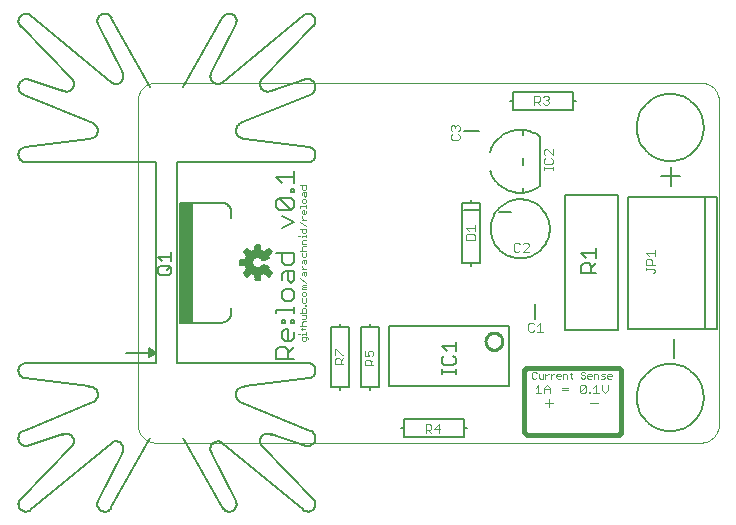
<source format=gto>
G75*
G70*
%OFA0B0*%
%FSLAX24Y24*%
%IPPOS*%
%LPD*%
%AMOC8*
5,1,8,0,0,1.08239X$1,22.5*
%
%ADD10C,0.0000*%
%ADD11C,0.0030*%
%ADD12C,0.0020*%
%ADD13C,0.0160*%
%ADD14C,0.0050*%
%ADD15C,0.0080*%
%ADD16C,0.0100*%
%ADD17R,0.0400X0.4000*%
%ADD18C,0.0060*%
%ADD19C,0.0059*%
D10*
X004225Y003191D02*
X004225Y014006D01*
X004227Y014052D01*
X004232Y014098D01*
X004241Y014144D01*
X004254Y014189D01*
X004270Y014232D01*
X004289Y014274D01*
X004312Y014315D01*
X004338Y014353D01*
X004367Y014390D01*
X004398Y014424D01*
X004432Y014455D01*
X004469Y014484D01*
X004507Y014510D01*
X004548Y014533D01*
X004590Y014552D01*
X004633Y014568D01*
X004678Y014581D01*
X004724Y014590D01*
X004770Y014595D01*
X004816Y014597D01*
X004816Y014596D02*
X023005Y014596D01*
X023005Y014597D02*
X023051Y014595D01*
X023097Y014590D01*
X023143Y014581D01*
X023188Y014568D01*
X023231Y014552D01*
X023273Y014533D01*
X023314Y014510D01*
X023352Y014484D01*
X023389Y014455D01*
X023423Y014424D01*
X023454Y014390D01*
X023483Y014353D01*
X023509Y014315D01*
X023532Y014274D01*
X023551Y014232D01*
X023567Y014189D01*
X023580Y014144D01*
X023589Y014098D01*
X023594Y014052D01*
X023596Y014006D01*
X023595Y014006D02*
X023595Y003191D01*
X023596Y003191D02*
X023594Y003145D01*
X023589Y003099D01*
X023580Y003053D01*
X023567Y003008D01*
X023551Y002965D01*
X023532Y002923D01*
X023509Y002882D01*
X023483Y002844D01*
X023454Y002807D01*
X023423Y002773D01*
X023389Y002742D01*
X023352Y002713D01*
X023314Y002687D01*
X023273Y002664D01*
X023231Y002645D01*
X023188Y002629D01*
X023143Y002616D01*
X023097Y002607D01*
X023051Y002602D01*
X023005Y002600D01*
X004816Y002600D01*
X004770Y002602D01*
X004724Y002607D01*
X004678Y002616D01*
X004633Y002629D01*
X004590Y002645D01*
X004548Y002664D01*
X004507Y002687D01*
X004469Y002713D01*
X004432Y002742D01*
X004398Y002773D01*
X004367Y002807D01*
X004338Y002844D01*
X004312Y002882D01*
X004289Y002923D01*
X004270Y002965D01*
X004254Y003008D01*
X004241Y003053D01*
X004232Y003099D01*
X004227Y003145D01*
X004225Y003191D01*
D11*
X010795Y005219D02*
X010795Y005364D01*
X010843Y005413D01*
X010940Y005413D01*
X010988Y005364D01*
X010988Y005219D01*
X011085Y005219D02*
X010795Y005219D01*
X010988Y005316D02*
X011085Y005413D01*
X011085Y005514D02*
X011037Y005514D01*
X010843Y005707D01*
X010795Y005707D01*
X010795Y005514D01*
X011794Y005469D02*
X011939Y005469D01*
X011891Y005566D01*
X011891Y005614D01*
X011939Y005663D01*
X012036Y005663D01*
X012084Y005614D01*
X012084Y005518D01*
X012036Y005469D01*
X012084Y005368D02*
X011987Y005271D01*
X011987Y005320D02*
X011987Y005175D01*
X012084Y005175D02*
X011794Y005175D01*
X011794Y005320D01*
X011842Y005368D01*
X011939Y005368D01*
X011987Y005320D01*
X011794Y005469D02*
X011794Y005663D01*
X013820Y003210D02*
X013965Y003210D01*
X014014Y003162D01*
X014014Y003065D01*
X013965Y003017D01*
X013820Y003017D01*
X013820Y002920D02*
X013820Y003210D01*
X013917Y003017D02*
X014014Y002920D01*
X014115Y003065D02*
X014308Y003065D01*
X014260Y002920D02*
X014260Y003210D01*
X014115Y003065D01*
X017488Y004240D02*
X017681Y004240D01*
X017584Y004240D02*
X017584Y004530D01*
X017488Y004433D01*
X017782Y004433D02*
X017782Y004240D01*
X017782Y004385D02*
X017976Y004385D01*
X017976Y004433D02*
X017976Y004240D01*
X017976Y004433D02*
X017879Y004530D01*
X017782Y004433D01*
X017929Y004049D02*
X017929Y003802D01*
X017806Y003925D02*
X018053Y003925D01*
X018372Y004337D02*
X018565Y004337D01*
X018565Y004433D02*
X018372Y004433D01*
X018961Y004482D02*
X018961Y004288D01*
X019154Y004482D01*
X019154Y004288D01*
X019106Y004240D01*
X019009Y004240D01*
X018961Y004288D01*
X019256Y004288D02*
X019304Y004288D01*
X019304Y004240D01*
X019256Y004240D01*
X019256Y004288D01*
X019403Y004240D02*
X019596Y004240D01*
X019500Y004240D02*
X019500Y004530D01*
X019403Y004433D01*
X019154Y004482D02*
X019106Y004530D01*
X019009Y004530D01*
X018961Y004482D01*
X019698Y004530D02*
X019698Y004337D01*
X019794Y004240D01*
X019891Y004337D01*
X019891Y004530D01*
X019553Y003925D02*
X019306Y003925D01*
X017733Y006295D02*
X017540Y006295D01*
X017637Y006295D02*
X017637Y006585D01*
X017540Y006488D01*
X017439Y006537D02*
X017390Y006585D01*
X017294Y006585D01*
X017245Y006537D01*
X017245Y006343D01*
X017294Y006295D01*
X017390Y006295D01*
X017439Y006343D01*
X017253Y008965D02*
X017060Y008965D01*
X017253Y009158D01*
X017253Y009207D01*
X017205Y009255D01*
X017108Y009255D01*
X017060Y009207D01*
X016958Y009207D02*
X016910Y009255D01*
X016813Y009255D01*
X016765Y009207D01*
X016765Y009013D01*
X016813Y008965D01*
X016910Y008965D01*
X016958Y009013D01*
X015460Y009365D02*
X015460Y009510D01*
X015412Y009558D01*
X015218Y009558D01*
X015170Y009510D01*
X015170Y009365D01*
X015460Y009365D01*
X015460Y009660D02*
X015460Y009853D01*
X015460Y009756D02*
X015170Y009756D01*
X015267Y009660D01*
X017770Y011690D02*
X017770Y011787D01*
X017770Y011738D02*
X018060Y011738D01*
X018060Y011690D02*
X018060Y011787D01*
X018012Y011886D02*
X017818Y011886D01*
X017770Y011935D01*
X017770Y012032D01*
X017818Y012080D01*
X017818Y012181D02*
X017770Y012229D01*
X017770Y012326D01*
X017818Y012375D01*
X017867Y012375D01*
X018060Y012181D01*
X018060Y012375D01*
X018012Y012080D02*
X018060Y012032D01*
X018060Y011935D01*
X018012Y011886D01*
X017885Y013865D02*
X017788Y013865D01*
X017740Y013913D01*
X017639Y013865D02*
X017542Y013962D01*
X017590Y013962D02*
X017445Y013962D01*
X017445Y013865D02*
X017445Y014155D01*
X017590Y014155D01*
X017639Y014107D01*
X017639Y014010D01*
X017590Y013962D01*
X017740Y014107D02*
X017788Y014155D01*
X017885Y014155D01*
X017933Y014107D01*
X017933Y014058D01*
X017885Y014010D01*
X017933Y013962D01*
X017933Y013913D01*
X017885Y013865D01*
X017885Y014010D02*
X017837Y014010D01*
X014960Y013130D02*
X014960Y013033D01*
X014912Y012985D01*
X014912Y012883D02*
X014960Y012835D01*
X014960Y012738D01*
X014912Y012690D01*
X014718Y012690D01*
X014670Y012738D01*
X014670Y012835D01*
X014718Y012883D01*
X014718Y012985D02*
X014670Y013033D01*
X014670Y013130D01*
X014718Y013178D01*
X014767Y013178D01*
X014815Y013130D01*
X014863Y013178D01*
X014912Y013178D01*
X014960Y013130D01*
X014815Y013130D02*
X014815Y013081D01*
X021170Y008926D02*
X021460Y008926D01*
X021460Y008829D02*
X021460Y009023D01*
X021267Y008829D02*
X021170Y008926D01*
X021218Y008728D02*
X021315Y008728D01*
X021363Y008680D01*
X021363Y008535D01*
X021460Y008535D02*
X021170Y008535D01*
X021170Y008680D01*
X021218Y008728D01*
X021170Y008433D02*
X021170Y008337D01*
X021170Y008385D02*
X021412Y008385D01*
X021460Y008337D01*
X021460Y008288D01*
X021412Y008240D01*
D12*
X019987Y004882D02*
X020024Y004845D01*
X020024Y004808D01*
X019877Y004808D01*
X019877Y004772D02*
X019877Y004845D01*
X019913Y004882D01*
X019987Y004882D01*
X019987Y004735D02*
X019913Y004735D01*
X019877Y004772D01*
X019803Y004772D02*
X019766Y004808D01*
X019692Y004808D01*
X019656Y004845D01*
X019692Y004882D01*
X019803Y004882D01*
X019803Y004772D02*
X019766Y004735D01*
X019656Y004735D01*
X019582Y004735D02*
X019582Y004845D01*
X019545Y004882D01*
X019435Y004882D01*
X019435Y004735D01*
X019361Y004808D02*
X019361Y004845D01*
X019324Y004882D01*
X019251Y004882D01*
X019214Y004845D01*
X019214Y004772D01*
X019251Y004735D01*
X019324Y004735D01*
X019361Y004808D02*
X019214Y004808D01*
X019140Y004808D02*
X019140Y004772D01*
X019103Y004735D01*
X019030Y004735D01*
X018993Y004772D01*
X019030Y004845D02*
X019103Y004845D01*
X019140Y004808D01*
X019140Y004918D02*
X019103Y004955D01*
X019030Y004955D01*
X018993Y004918D01*
X018993Y004882D01*
X019030Y004845D01*
X018698Y004882D02*
X018625Y004882D01*
X018661Y004918D02*
X018661Y004772D01*
X018698Y004735D01*
X018550Y004735D02*
X018550Y004845D01*
X018514Y004882D01*
X018404Y004882D01*
X018404Y004735D01*
X018329Y004808D02*
X018183Y004808D01*
X018183Y004772D02*
X018183Y004845D01*
X018219Y004882D01*
X018293Y004882D01*
X018329Y004845D01*
X018329Y004808D01*
X018293Y004735D02*
X018219Y004735D01*
X018183Y004772D01*
X018108Y004882D02*
X018072Y004882D01*
X017998Y004808D01*
X017998Y004735D02*
X017998Y004882D01*
X017924Y004882D02*
X017888Y004882D01*
X017814Y004808D01*
X017814Y004735D02*
X017814Y004882D01*
X017740Y004882D02*
X017740Y004735D01*
X017630Y004735D01*
X017593Y004772D01*
X017593Y004882D01*
X017519Y004918D02*
X017482Y004955D01*
X017409Y004955D01*
X017372Y004918D01*
X017372Y004772D01*
X017409Y004735D01*
X017482Y004735D01*
X017519Y004772D01*
X009913Y006050D02*
X009913Y006087D01*
X009877Y006123D01*
X009693Y006123D01*
X009693Y006013D01*
X009730Y005977D01*
X009803Y005977D01*
X009840Y006013D01*
X009840Y006123D01*
X009840Y006198D02*
X009840Y006271D01*
X009840Y006234D02*
X009693Y006234D01*
X009693Y006198D01*
X009620Y006234D02*
X009583Y006234D01*
X009693Y006345D02*
X009693Y006418D01*
X009657Y006382D02*
X009803Y006382D01*
X009840Y006418D01*
X009840Y006492D02*
X009620Y006492D01*
X009693Y006529D02*
X009693Y006602D01*
X009730Y006639D01*
X009840Y006639D01*
X009803Y006713D02*
X009693Y006713D01*
X009803Y006713D02*
X009840Y006750D01*
X009840Y006860D01*
X009693Y006860D01*
X009693Y006934D02*
X009693Y007044D01*
X009730Y007081D01*
X009803Y007081D01*
X009840Y007044D01*
X009840Y006934D01*
X009620Y006934D01*
X009803Y007155D02*
X009803Y007192D01*
X009840Y007192D01*
X009840Y007155D01*
X009803Y007155D01*
X009803Y007266D02*
X009730Y007266D01*
X009693Y007302D01*
X009693Y007412D01*
X009730Y007487D02*
X009803Y007487D01*
X009840Y007523D01*
X009840Y007597D01*
X009803Y007633D01*
X009730Y007633D01*
X009693Y007597D01*
X009693Y007523D01*
X009730Y007487D01*
X009840Y007412D02*
X009840Y007302D01*
X009803Y007266D01*
X009840Y007708D02*
X009693Y007708D01*
X009693Y007744D01*
X009730Y007781D01*
X009693Y007818D01*
X009730Y007854D01*
X009840Y007854D01*
X009840Y007781D02*
X009730Y007781D01*
X009840Y007929D02*
X009620Y008075D01*
X009693Y008186D02*
X009693Y008260D01*
X009730Y008296D01*
X009840Y008296D01*
X009840Y008186D01*
X009803Y008150D01*
X009767Y008186D01*
X009767Y008296D01*
X009767Y008371D02*
X009693Y008444D01*
X009693Y008481D01*
X009693Y008371D02*
X009840Y008371D01*
X009803Y008555D02*
X009767Y008591D01*
X009767Y008702D01*
X009730Y008702D02*
X009840Y008702D01*
X009840Y008591D01*
X009803Y008555D01*
X009693Y008591D02*
X009693Y008665D01*
X009730Y008702D01*
X009730Y008776D02*
X009803Y008776D01*
X009840Y008812D01*
X009840Y008923D01*
X009840Y008997D02*
X009620Y008997D01*
X009693Y009033D02*
X009693Y009107D01*
X009730Y009144D01*
X009840Y009144D01*
X009840Y009218D02*
X009693Y009218D01*
X009693Y009328D01*
X009730Y009364D01*
X009840Y009364D01*
X009840Y009439D02*
X009840Y009512D01*
X009840Y009475D02*
X009693Y009475D01*
X009693Y009439D01*
X009620Y009475D02*
X009583Y009475D01*
X009730Y009586D02*
X009693Y009623D01*
X009693Y009733D01*
X009620Y009733D02*
X009840Y009733D01*
X009840Y009623D01*
X009803Y009586D01*
X009730Y009586D01*
X009840Y009807D02*
X009620Y009954D01*
X009693Y010028D02*
X009840Y010028D01*
X009767Y010028D02*
X009693Y010101D01*
X009693Y010138D01*
X009730Y010212D02*
X009693Y010249D01*
X009693Y010322D01*
X009730Y010359D01*
X009767Y010359D01*
X009767Y010212D01*
X009803Y010212D02*
X009730Y010212D01*
X009803Y010212D02*
X009840Y010249D01*
X009840Y010322D01*
X009840Y010433D02*
X009840Y010507D01*
X009840Y010470D02*
X009620Y010470D01*
X009620Y010433D01*
X009730Y010580D02*
X009803Y010580D01*
X009840Y010617D01*
X009840Y010691D01*
X009803Y010727D01*
X009730Y010727D01*
X009693Y010691D01*
X009693Y010617D01*
X009730Y010580D01*
X009803Y010801D02*
X009767Y010838D01*
X009767Y010948D01*
X009730Y010948D02*
X009840Y010948D01*
X009840Y010838D01*
X009803Y010801D01*
X009693Y010838D02*
X009693Y010912D01*
X009730Y010948D01*
X009730Y011022D02*
X009693Y011059D01*
X009693Y011169D01*
X009620Y011169D02*
X009840Y011169D01*
X009840Y011059D01*
X009803Y011022D01*
X009730Y011022D01*
X009693Y009033D02*
X009730Y008997D01*
X009693Y008923D02*
X009693Y008812D01*
X009730Y008776D01*
X009693Y006529D02*
X009730Y006492D01*
D13*
X017100Y004940D02*
X017100Y003010D01*
X017102Y002987D01*
X017106Y002965D01*
X017114Y002944D01*
X017125Y002923D01*
X017139Y002905D01*
X017155Y002889D01*
X017173Y002875D01*
X017194Y002864D01*
X017215Y002856D01*
X017237Y002852D01*
X017260Y002850D01*
X020190Y002850D01*
X020213Y002852D01*
X020235Y002856D01*
X020256Y002864D01*
X020277Y002875D01*
X020295Y002889D01*
X020311Y002905D01*
X020325Y002923D01*
X020336Y002944D01*
X020344Y002965D01*
X020348Y002987D01*
X020350Y003010D01*
X020350Y004940D01*
X020348Y004963D01*
X020344Y004985D01*
X020336Y005006D01*
X020325Y005027D01*
X020311Y005045D01*
X020295Y005061D01*
X020277Y005075D01*
X020256Y005086D01*
X020235Y005094D01*
X020213Y005098D01*
X020190Y005100D01*
X017260Y005100D01*
X017237Y005098D01*
X017215Y005094D01*
X017194Y005086D01*
X017173Y005075D01*
X017155Y005061D01*
X017139Y005045D01*
X017125Y005027D01*
X017114Y005006D01*
X017106Y004985D01*
X017102Y004963D01*
X017100Y004940D01*
D14*
X014825Y004961D02*
X014375Y004961D01*
X014375Y004886D02*
X014375Y005036D01*
X014450Y005193D02*
X014750Y005193D01*
X014825Y005268D01*
X014825Y005418D01*
X014750Y005493D01*
X014825Y005653D02*
X014825Y005954D01*
X014825Y005804D02*
X014375Y005804D01*
X014525Y005653D01*
X014450Y005493D02*
X014375Y005418D01*
X014375Y005268D01*
X014450Y005193D01*
X014825Y005036D02*
X014825Y004886D01*
X009450Y005384D02*
X008839Y005384D01*
X008839Y005689D01*
X008941Y005791D01*
X009145Y005791D01*
X009246Y005689D01*
X009246Y005384D01*
X009246Y005587D02*
X009450Y005791D01*
X009348Y005992D02*
X009145Y005992D01*
X009043Y006093D01*
X009043Y006297D01*
X009145Y006399D01*
X009246Y006399D01*
X009246Y005992D01*
X009348Y005992D02*
X009450Y006093D01*
X009450Y006297D01*
X009450Y006599D02*
X009348Y006599D01*
X009348Y006701D01*
X009450Y006701D01*
X009450Y006599D01*
X009145Y006599D02*
X009043Y006599D01*
X009043Y006701D01*
X009145Y006701D01*
X009145Y006599D01*
X009450Y006903D02*
X009450Y007107D01*
X009450Y007005D02*
X008839Y007005D01*
X008839Y006903D01*
X009145Y007308D02*
X009348Y007308D01*
X009450Y007410D01*
X009450Y007614D01*
X009348Y007715D01*
X009145Y007715D01*
X009043Y007614D01*
X009043Y007410D01*
X009145Y007308D01*
X009348Y007916D02*
X009246Y008018D01*
X009246Y008323D01*
X009145Y008323D02*
X009450Y008323D01*
X009450Y008018D01*
X009348Y007916D01*
X009043Y008018D02*
X009043Y008221D01*
X009145Y008323D01*
X009145Y008524D02*
X009043Y008625D01*
X009043Y008931D01*
X008839Y008931D02*
X009450Y008931D01*
X009450Y008625D01*
X009348Y008524D01*
X009145Y008524D01*
X009043Y009739D02*
X009450Y009943D01*
X009043Y010146D01*
X008941Y010347D02*
X008839Y010449D01*
X008839Y010652D01*
X008941Y010754D01*
X009348Y010347D01*
X009450Y010449D01*
X009450Y010652D01*
X009348Y010754D01*
X008941Y010754D01*
X008941Y010347D02*
X009348Y010347D01*
X009348Y010955D02*
X009348Y011056D01*
X009450Y011056D01*
X009450Y010955D01*
X009348Y010955D01*
X009450Y011258D02*
X009450Y011665D01*
X009450Y011462D02*
X008839Y011462D01*
X009043Y011258D01*
X005350Y008950D02*
X005350Y008650D01*
X005350Y008800D02*
X004900Y008800D01*
X005050Y008650D01*
X004975Y008490D02*
X005275Y008490D01*
X005350Y008415D01*
X005350Y008265D01*
X005275Y008190D01*
X004975Y008190D01*
X004900Y008265D01*
X004900Y008415D01*
X004975Y008490D01*
X005200Y008340D02*
X005350Y008490D01*
X020857Y004100D02*
X020859Y004166D01*
X020865Y004232D01*
X020875Y004298D01*
X020888Y004363D01*
X020906Y004427D01*
X020927Y004489D01*
X020952Y004551D01*
X020980Y004611D01*
X021012Y004669D01*
X021048Y004725D01*
X021086Y004778D01*
X021128Y004830D01*
X021173Y004879D01*
X021220Y004925D01*
X021271Y004968D01*
X021323Y005008D01*
X021378Y005045D01*
X021435Y005079D01*
X021494Y005109D01*
X021555Y005136D01*
X021617Y005159D01*
X021680Y005178D01*
X021745Y005194D01*
X021810Y005206D01*
X021876Y005214D01*
X021942Y005218D01*
X022008Y005218D01*
X022074Y005214D01*
X022140Y005206D01*
X022205Y005194D01*
X022270Y005178D01*
X022333Y005159D01*
X022395Y005136D01*
X022456Y005109D01*
X022515Y005079D01*
X022572Y005045D01*
X022627Y005008D01*
X022679Y004968D01*
X022730Y004925D01*
X022777Y004879D01*
X022822Y004830D01*
X022864Y004778D01*
X022902Y004725D01*
X022938Y004669D01*
X022970Y004611D01*
X022998Y004551D01*
X023023Y004489D01*
X023044Y004427D01*
X023062Y004363D01*
X023075Y004298D01*
X023085Y004232D01*
X023091Y004166D01*
X023093Y004100D01*
X023091Y004034D01*
X023085Y003968D01*
X023075Y003902D01*
X023062Y003837D01*
X023044Y003773D01*
X023023Y003711D01*
X022998Y003649D01*
X022970Y003589D01*
X022938Y003531D01*
X022902Y003475D01*
X022864Y003422D01*
X022822Y003370D01*
X022777Y003321D01*
X022730Y003275D01*
X022679Y003232D01*
X022627Y003192D01*
X022572Y003155D01*
X022515Y003121D01*
X022456Y003091D01*
X022395Y003064D01*
X022333Y003041D01*
X022270Y003022D01*
X022205Y003006D01*
X022140Y002994D01*
X022074Y002986D01*
X022008Y002982D01*
X021942Y002982D01*
X021876Y002986D01*
X021810Y002994D01*
X021745Y003006D01*
X021680Y003022D01*
X021617Y003041D01*
X021555Y003064D01*
X021494Y003091D01*
X021435Y003121D01*
X021378Y003155D01*
X021323Y003192D01*
X021271Y003232D01*
X021220Y003275D01*
X021173Y003321D01*
X021128Y003370D01*
X021086Y003422D01*
X021048Y003475D01*
X021012Y003531D01*
X020980Y003589D01*
X020952Y003649D01*
X020927Y003711D01*
X020906Y003773D01*
X020888Y003837D01*
X020875Y003902D01*
X020865Y003968D01*
X020859Y004034D01*
X020857Y004100D01*
X020857Y013100D02*
X020859Y013166D01*
X020865Y013232D01*
X020875Y013298D01*
X020888Y013363D01*
X020906Y013427D01*
X020927Y013489D01*
X020952Y013551D01*
X020980Y013611D01*
X021012Y013669D01*
X021048Y013725D01*
X021086Y013778D01*
X021128Y013830D01*
X021173Y013879D01*
X021220Y013925D01*
X021271Y013968D01*
X021323Y014008D01*
X021378Y014045D01*
X021435Y014079D01*
X021494Y014109D01*
X021555Y014136D01*
X021617Y014159D01*
X021680Y014178D01*
X021745Y014194D01*
X021810Y014206D01*
X021876Y014214D01*
X021942Y014218D01*
X022008Y014218D01*
X022074Y014214D01*
X022140Y014206D01*
X022205Y014194D01*
X022270Y014178D01*
X022333Y014159D01*
X022395Y014136D01*
X022456Y014109D01*
X022515Y014079D01*
X022572Y014045D01*
X022627Y014008D01*
X022679Y013968D01*
X022730Y013925D01*
X022777Y013879D01*
X022822Y013830D01*
X022864Y013778D01*
X022902Y013725D01*
X022938Y013669D01*
X022970Y013611D01*
X022998Y013551D01*
X023023Y013489D01*
X023044Y013427D01*
X023062Y013363D01*
X023075Y013298D01*
X023085Y013232D01*
X023091Y013166D01*
X023093Y013100D01*
X023091Y013034D01*
X023085Y012968D01*
X023075Y012902D01*
X023062Y012837D01*
X023044Y012773D01*
X023023Y012711D01*
X022998Y012649D01*
X022970Y012589D01*
X022938Y012531D01*
X022902Y012475D01*
X022864Y012422D01*
X022822Y012370D01*
X022777Y012321D01*
X022730Y012275D01*
X022679Y012232D01*
X022627Y012192D01*
X022572Y012155D01*
X022515Y012121D01*
X022456Y012091D01*
X022395Y012064D01*
X022333Y012041D01*
X022270Y012022D01*
X022205Y012006D01*
X022140Y011994D01*
X022074Y011986D01*
X022008Y011982D01*
X021942Y011982D01*
X021876Y011986D01*
X021810Y011994D01*
X021745Y012006D01*
X021680Y012022D01*
X021617Y012041D01*
X021555Y012064D01*
X021494Y012091D01*
X021435Y012121D01*
X021378Y012155D01*
X021323Y012192D01*
X021271Y012232D01*
X021220Y012275D01*
X021173Y012321D01*
X021128Y012370D01*
X021086Y012422D01*
X021048Y012475D01*
X021012Y012531D01*
X020980Y012589D01*
X020952Y012649D01*
X020927Y012711D01*
X020906Y012773D01*
X020888Y012837D01*
X020875Y012902D01*
X020865Y012968D01*
X020859Y013034D01*
X020857Y013100D01*
D15*
X021987Y011782D02*
X021987Y011168D01*
X022293Y011475D02*
X021680Y011475D01*
X020571Y010789D02*
X023131Y010789D01*
X023131Y006380D01*
X020571Y006380D01*
X020571Y010789D01*
X020236Y010864D02*
X020236Y006336D01*
X018464Y006336D01*
X018464Y010864D01*
X020236Y010864D01*
X019495Y009085D02*
X019495Y008765D01*
X019495Y008925D02*
X019015Y008925D01*
X019175Y008765D01*
X019095Y008570D02*
X019255Y008570D01*
X019335Y008490D01*
X019335Y008249D01*
X019495Y008249D02*
X019015Y008249D01*
X019015Y008490D01*
X019095Y008570D01*
X019335Y008409D02*
X019495Y008570D01*
X017475Y007225D02*
X017475Y006725D01*
X016600Y006475D02*
X016600Y006075D01*
X016600Y005875D01*
X016600Y006075D02*
X016600Y004475D01*
X012600Y004475D01*
X012600Y006475D01*
X016600Y006475D01*
X015350Y008500D02*
X015350Y008600D01*
X015050Y008600D01*
X015050Y010600D01*
X015350Y010600D01*
X015350Y010700D01*
X015350Y010600D02*
X015650Y010600D01*
X015650Y008600D01*
X015350Y008600D01*
X015991Y009725D02*
X015993Y009787D01*
X015999Y009850D01*
X016009Y009911D01*
X016023Y009972D01*
X016040Y010032D01*
X016061Y010091D01*
X016087Y010148D01*
X016115Y010203D01*
X016147Y010257D01*
X016183Y010308D01*
X016221Y010358D01*
X016263Y010404D01*
X016307Y010448D01*
X016355Y010489D01*
X016404Y010527D01*
X016456Y010561D01*
X016510Y010592D01*
X016566Y010620D01*
X016624Y010644D01*
X016683Y010665D01*
X016743Y010681D01*
X016804Y010694D01*
X016866Y010703D01*
X016928Y010708D01*
X016991Y010709D01*
X017053Y010706D01*
X017115Y010699D01*
X017177Y010688D01*
X017237Y010673D01*
X017297Y010655D01*
X017355Y010633D01*
X017412Y010607D01*
X017467Y010577D01*
X017520Y010544D01*
X017571Y010508D01*
X017619Y010469D01*
X017665Y010426D01*
X017708Y010381D01*
X017748Y010333D01*
X017785Y010283D01*
X017819Y010230D01*
X017850Y010176D01*
X017876Y010120D01*
X017900Y010062D01*
X017919Y010002D01*
X017935Y009942D01*
X017947Y009880D01*
X017955Y009819D01*
X017959Y009756D01*
X017959Y009694D01*
X017955Y009631D01*
X017947Y009570D01*
X017935Y009508D01*
X017919Y009448D01*
X017900Y009388D01*
X017876Y009330D01*
X017850Y009274D01*
X017819Y009220D01*
X017785Y009167D01*
X017748Y009117D01*
X017708Y009069D01*
X017665Y009024D01*
X017619Y008981D01*
X017571Y008942D01*
X017520Y008906D01*
X017467Y008873D01*
X017412Y008843D01*
X017355Y008817D01*
X017297Y008795D01*
X017237Y008777D01*
X017177Y008762D01*
X017115Y008751D01*
X017053Y008744D01*
X016991Y008741D01*
X016928Y008742D01*
X016866Y008747D01*
X016804Y008756D01*
X016743Y008769D01*
X016683Y008785D01*
X016624Y008806D01*
X016566Y008830D01*
X016510Y008858D01*
X016456Y008889D01*
X016404Y008923D01*
X016355Y008961D01*
X016307Y009002D01*
X016263Y009046D01*
X016221Y009092D01*
X016183Y009142D01*
X016147Y009193D01*
X016115Y009247D01*
X016087Y009302D01*
X016061Y009359D01*
X016040Y009418D01*
X016023Y009478D01*
X016009Y009539D01*
X015999Y009600D01*
X015993Y009663D01*
X015991Y009725D01*
X016275Y010275D02*
X016675Y010275D01*
X015600Y010350D02*
X015100Y010350D01*
X015100Y012975D02*
X015600Y012975D01*
X016725Y013675D02*
X016725Y013975D01*
X016625Y013975D01*
X016725Y013975D02*
X016725Y014275D01*
X018725Y014275D01*
X018725Y013975D01*
X018825Y013975D01*
X018725Y013975D02*
X018725Y013675D01*
X016725Y013675D01*
X023131Y010789D02*
X023524Y010789D01*
X023524Y006380D01*
X023131Y006380D01*
X022100Y006043D02*
X022100Y005430D01*
X015200Y003100D02*
X015100Y003100D01*
X015100Y002800D01*
X013100Y002800D01*
X013100Y003100D01*
X013000Y003100D01*
X013100Y003100D02*
X013100Y003400D01*
X015100Y003400D01*
X015100Y003100D01*
X012274Y004454D02*
X011974Y004454D01*
X011974Y004354D01*
X011974Y004454D02*
X011674Y004454D01*
X011674Y006454D01*
X011974Y006454D01*
X011974Y006554D01*
X011974Y006454D02*
X012274Y006454D01*
X012274Y004454D01*
X011275Y004454D02*
X010975Y004454D01*
X010975Y004354D01*
X010975Y004454D02*
X010675Y004454D01*
X010675Y006454D01*
X010975Y006454D01*
X010975Y006554D01*
X010975Y006454D02*
X011275Y006454D01*
X011275Y004454D01*
X007350Y006950D02*
X007350Y007100D01*
X007350Y006950D02*
X007349Y006916D01*
X007345Y006881D01*
X007337Y006848D01*
X007326Y006815D01*
X007311Y006784D01*
X007294Y006754D01*
X007273Y006726D01*
X007250Y006700D01*
X007224Y006677D01*
X007196Y006656D01*
X007166Y006639D01*
X007135Y006624D01*
X007102Y006613D01*
X007069Y006605D01*
X007034Y006601D01*
X007000Y006600D01*
X006050Y006600D01*
X005650Y006600D01*
X005650Y010600D01*
X006050Y010600D01*
X006050Y006600D01*
X007350Y010100D02*
X007350Y010250D01*
X007349Y010284D01*
X007345Y010319D01*
X007337Y010352D01*
X007326Y010385D01*
X007311Y010416D01*
X007294Y010446D01*
X007273Y010474D01*
X007250Y010500D01*
X007224Y010523D01*
X007196Y010544D01*
X007166Y010561D01*
X007135Y010576D01*
X007102Y010587D01*
X007069Y010595D01*
X007034Y010599D01*
X007000Y010600D01*
X006050Y010600D01*
D16*
X015817Y005975D02*
X015819Y006008D01*
X015825Y006041D01*
X015835Y006074D01*
X015848Y006104D01*
X015865Y006133D01*
X015886Y006160D01*
X015909Y006184D01*
X015935Y006205D01*
X015963Y006223D01*
X015994Y006237D01*
X016025Y006248D01*
X016058Y006255D01*
X016092Y006258D01*
X016125Y006257D01*
X016158Y006252D01*
X016191Y006243D01*
X016222Y006230D01*
X016251Y006214D01*
X016278Y006195D01*
X016303Y006172D01*
X016325Y006147D01*
X016344Y006119D01*
X016359Y006089D01*
X016371Y006058D01*
X016379Y006025D01*
X016383Y005992D01*
X016383Y005958D01*
X016379Y005925D01*
X016371Y005892D01*
X016359Y005861D01*
X016344Y005831D01*
X016325Y005803D01*
X016303Y005778D01*
X016278Y005755D01*
X016251Y005736D01*
X016222Y005720D01*
X016191Y005707D01*
X016158Y005698D01*
X016125Y005693D01*
X016092Y005692D01*
X016058Y005695D01*
X016025Y005702D01*
X015994Y005713D01*
X015963Y005727D01*
X015935Y005745D01*
X015909Y005766D01*
X015886Y005790D01*
X015865Y005817D01*
X015848Y005846D01*
X015835Y005876D01*
X015825Y005909D01*
X015819Y005942D01*
X015817Y005975D01*
D17*
X005850Y008600D03*
D18*
X003370Y002600D02*
X000640Y000350D01*
X000650Y000350D02*
X000625Y000333D01*
X000598Y000320D01*
X000569Y000310D01*
X000540Y000303D01*
X000510Y000300D01*
X000480Y000301D01*
X000450Y000305D01*
X000421Y000313D01*
X000393Y000324D01*
X000366Y000339D01*
X000342Y000356D01*
X000320Y000377D01*
X000300Y000400D01*
X000283Y000425D01*
X000270Y000452D01*
X000260Y000481D01*
X000253Y000510D01*
X000250Y000540D01*
X000251Y000570D01*
X000255Y000600D01*
X000263Y000629D01*
X000274Y000657D01*
X000289Y000684D01*
X000306Y000708D01*
X000327Y000730D01*
X000350Y000750D01*
X000330Y000730D02*
X002030Y002480D01*
X002000Y002450D02*
X002023Y002470D01*
X002044Y002492D01*
X002061Y002516D01*
X002076Y002543D01*
X002087Y002571D01*
X002095Y002600D01*
X002099Y002630D01*
X002100Y002660D01*
X002097Y002690D01*
X002090Y002719D01*
X002080Y002748D01*
X002067Y002775D01*
X002050Y002800D01*
X002030Y002823D01*
X002008Y002844D01*
X001984Y002861D01*
X001957Y002876D01*
X001929Y002887D01*
X001900Y002895D01*
X001870Y002899D01*
X001840Y002900D01*
X001810Y002897D01*
X001781Y002890D01*
X001752Y002880D01*
X001725Y002867D01*
X001700Y002850D01*
X001740Y002870D02*
X000550Y002480D01*
X000564Y002485D02*
X000533Y002481D01*
X000501Y002482D01*
X000470Y002486D01*
X000440Y002493D01*
X000410Y002504D01*
X000382Y002519D01*
X000356Y002537D01*
X000332Y002557D01*
X000311Y002580D01*
X000293Y002606D01*
X000278Y002633D01*
X000266Y002662D01*
X000257Y002693D01*
X000252Y002724D01*
X000251Y002755D01*
X000254Y002787D01*
X000260Y002818D01*
X000269Y002847D01*
X000282Y002876D01*
X000299Y002903D01*
X000318Y002928D01*
X000340Y002950D01*
X000365Y002970D01*
X000392Y002986D01*
X000420Y003000D01*
X002750Y003960D01*
X002730Y003950D02*
X002758Y003964D01*
X002785Y003980D01*
X002810Y004000D01*
X002832Y004022D01*
X002851Y004047D01*
X002868Y004074D01*
X002881Y004102D01*
X002890Y004132D01*
X002896Y004163D01*
X002899Y004195D01*
X002898Y004226D01*
X002893Y004257D01*
X002884Y004288D01*
X002872Y004317D01*
X002857Y004344D01*
X002839Y004370D01*
X002818Y004393D01*
X002794Y004413D01*
X002768Y004431D01*
X002740Y004446D01*
X002710Y004457D01*
X002680Y004464D01*
X002649Y004468D01*
X002617Y004469D01*
X002586Y004465D01*
X002610Y004470D02*
X000480Y004750D01*
X000500Y004750D02*
X000470Y004752D01*
X000440Y004757D01*
X000411Y004766D01*
X000384Y004779D01*
X000358Y004794D01*
X000334Y004813D01*
X000313Y004834D01*
X000294Y004858D01*
X000279Y004884D01*
X000266Y004911D01*
X000257Y004940D01*
X000252Y004970D01*
X000250Y005000D01*
X000252Y005030D01*
X000257Y005060D01*
X000266Y005089D01*
X000279Y005116D01*
X000294Y005142D01*
X000313Y005166D01*
X000334Y005187D01*
X000358Y005206D01*
X000384Y005221D01*
X000411Y005234D01*
X000440Y005243D01*
X000470Y005248D01*
X000500Y005250D01*
X004850Y005250D01*
X004850Y005600D01*
X004800Y005600D01*
X004650Y005600D01*
X004600Y005700D01*
X004600Y005500D01*
X004650Y005600D01*
X003850Y005600D01*
X004600Y005500D02*
X004600Y005450D01*
X004850Y005600D01*
X004600Y005750D01*
X004600Y005700D01*
X004800Y005600D01*
X004600Y005500D01*
X004850Y005600D02*
X004850Y011950D01*
X000500Y011950D01*
X000470Y011952D01*
X000440Y011957D01*
X000411Y011966D01*
X000384Y011979D01*
X000358Y011994D01*
X000334Y012013D01*
X000313Y012034D01*
X000294Y012058D01*
X000279Y012084D01*
X000266Y012111D01*
X000257Y012140D01*
X000252Y012170D01*
X000250Y012200D01*
X000252Y012230D01*
X000257Y012260D01*
X000266Y012289D01*
X000279Y012316D01*
X000294Y012342D01*
X000313Y012366D01*
X000334Y012387D01*
X000358Y012406D01*
X000384Y012421D01*
X000411Y012434D01*
X000440Y012443D01*
X000470Y012448D01*
X000500Y012450D01*
X000480Y012450D02*
X002610Y012730D01*
X002586Y012735D02*
X002617Y012731D01*
X002649Y012732D01*
X002680Y012736D01*
X002710Y012743D01*
X002740Y012754D01*
X002768Y012769D01*
X002794Y012787D01*
X002818Y012807D01*
X002839Y012830D01*
X002857Y012856D01*
X002872Y012883D01*
X002884Y012912D01*
X002893Y012943D01*
X002898Y012974D01*
X002899Y013005D01*
X002896Y013037D01*
X002890Y013068D01*
X002881Y013098D01*
X002868Y013126D01*
X002851Y013153D01*
X002832Y013178D01*
X002810Y013200D01*
X002785Y013220D01*
X002758Y013236D01*
X002730Y013250D01*
X002750Y013240D02*
X000420Y014200D01*
X000392Y014214D01*
X000365Y014230D01*
X000340Y014250D01*
X000318Y014272D01*
X000299Y014297D01*
X000282Y014324D01*
X000269Y014352D01*
X000260Y014382D01*
X000254Y014413D01*
X000251Y014445D01*
X000252Y014476D01*
X000257Y014507D01*
X000266Y014538D01*
X000278Y014567D01*
X000293Y014594D01*
X000311Y014620D01*
X000332Y014643D01*
X000356Y014663D01*
X000382Y014681D01*
X000410Y014696D01*
X000440Y014707D01*
X000470Y014714D01*
X000501Y014718D01*
X000533Y014719D01*
X000564Y014715D01*
X000550Y014720D02*
X001740Y014330D01*
X001700Y014350D02*
X001725Y014333D01*
X001752Y014320D01*
X001781Y014310D01*
X001810Y014303D01*
X001840Y014300D01*
X001870Y014301D01*
X001900Y014305D01*
X001929Y014313D01*
X001957Y014324D01*
X001984Y014339D01*
X002008Y014356D01*
X002030Y014377D01*
X002050Y014400D01*
X002067Y014425D01*
X002080Y014452D01*
X002090Y014481D01*
X002097Y014510D01*
X002100Y014540D01*
X002099Y014570D01*
X002095Y014600D01*
X002087Y014629D01*
X002076Y014657D01*
X002061Y014684D01*
X002044Y014708D01*
X002023Y014730D01*
X002000Y014750D01*
X002030Y014720D02*
X000330Y016470D01*
X000350Y016450D02*
X000327Y016470D01*
X000306Y016492D01*
X000289Y016516D01*
X000274Y016543D01*
X000263Y016571D01*
X000255Y016600D01*
X000251Y016630D01*
X000250Y016660D01*
X000253Y016690D01*
X000260Y016719D01*
X000270Y016748D01*
X000283Y016775D01*
X000300Y016800D01*
X000320Y016823D01*
X000342Y016844D01*
X000366Y016861D01*
X000393Y016876D01*
X000421Y016887D01*
X000450Y016895D01*
X000480Y016899D01*
X000510Y016900D01*
X000540Y016897D01*
X000569Y016890D01*
X000598Y016880D01*
X000625Y016867D01*
X000650Y016850D01*
X000640Y016850D02*
X003370Y014600D01*
X003360Y014600D02*
X003388Y014584D01*
X003417Y014572D01*
X003447Y014564D01*
X003478Y014559D01*
X003510Y014558D01*
X003541Y014561D01*
X003572Y014568D01*
X003602Y014579D01*
X003630Y014594D01*
X003656Y014612D01*
X003679Y014633D01*
X003700Y014657D01*
X003717Y014683D01*
X003732Y014711D01*
X003742Y014741D01*
X003749Y014771D01*
X003752Y014803D01*
X003751Y014834D01*
X003746Y014866D01*
X003737Y014896D01*
X003724Y014925D01*
X003708Y014952D01*
X003720Y014930D02*
X002900Y016550D01*
X002889Y016579D01*
X002882Y016610D01*
X002879Y016641D01*
X002880Y016673D01*
X002885Y016704D01*
X002893Y016734D01*
X002906Y016763D01*
X002921Y016790D01*
X002940Y016815D01*
X002962Y016837D01*
X002987Y016856D01*
X003014Y016873D01*
X003043Y016885D01*
X003073Y016894D01*
X003103Y016900D01*
X003135Y016901D01*
X003166Y016898D01*
X003197Y016892D01*
X003226Y016882D01*
X003255Y016868D01*
X003281Y016851D01*
X003305Y016830D01*
X003326Y016807D01*
X003344Y016782D01*
X003358Y016754D01*
X003350Y016760D02*
X004650Y014450D01*
X005750Y014450D02*
X007050Y016760D01*
X007042Y016754D02*
X007056Y016782D01*
X007074Y016807D01*
X007095Y016830D01*
X007119Y016851D01*
X007145Y016868D01*
X007174Y016882D01*
X007203Y016892D01*
X007234Y016898D01*
X007265Y016901D01*
X007297Y016900D01*
X007327Y016894D01*
X007357Y016885D01*
X007386Y016873D01*
X007413Y016856D01*
X007438Y016837D01*
X007460Y016815D01*
X007479Y016790D01*
X007494Y016763D01*
X007507Y016734D01*
X007515Y016704D01*
X007520Y016673D01*
X007521Y016641D01*
X007518Y016610D01*
X007511Y016579D01*
X007500Y016550D01*
X006680Y014930D01*
X006692Y014952D02*
X006676Y014925D01*
X006663Y014896D01*
X006654Y014866D01*
X006649Y014834D01*
X006648Y014803D01*
X006651Y014771D01*
X006658Y014741D01*
X006668Y014711D01*
X006683Y014683D01*
X006700Y014657D01*
X006721Y014633D01*
X006744Y014612D01*
X006770Y014594D01*
X006798Y014579D01*
X006828Y014568D01*
X006859Y014561D01*
X006890Y014558D01*
X006922Y014559D01*
X006953Y014564D01*
X006983Y014572D01*
X007012Y014585D01*
X007040Y014600D01*
X007030Y014600D02*
X009760Y016850D01*
X009750Y016850D02*
X009775Y016867D01*
X009802Y016880D01*
X009831Y016890D01*
X009860Y016897D01*
X009890Y016900D01*
X009920Y016899D01*
X009950Y016895D01*
X009979Y016887D01*
X010007Y016876D01*
X010034Y016861D01*
X010058Y016844D01*
X010080Y016823D01*
X010100Y016800D01*
X010117Y016775D01*
X010130Y016748D01*
X010140Y016719D01*
X010147Y016690D01*
X010150Y016660D01*
X010149Y016630D01*
X010145Y016600D01*
X010137Y016571D01*
X010126Y016543D01*
X010111Y016516D01*
X010094Y016492D01*
X010073Y016470D01*
X010050Y016450D01*
X010070Y016470D02*
X008370Y014720D01*
X008400Y014750D02*
X008377Y014730D01*
X008356Y014708D01*
X008339Y014684D01*
X008324Y014657D01*
X008313Y014629D01*
X008305Y014600D01*
X008301Y014570D01*
X008300Y014540D01*
X008303Y014510D01*
X008310Y014481D01*
X008320Y014452D01*
X008333Y014425D01*
X008350Y014400D01*
X008370Y014377D01*
X008392Y014356D01*
X008416Y014339D01*
X008443Y014324D01*
X008471Y014313D01*
X008500Y014305D01*
X008530Y014301D01*
X008560Y014300D01*
X008590Y014303D01*
X008619Y014310D01*
X008648Y014320D01*
X008675Y014333D01*
X008700Y014350D01*
X008660Y014330D02*
X009850Y014720D01*
X009836Y014715D02*
X009867Y014719D01*
X009899Y014718D01*
X009930Y014714D01*
X009960Y014707D01*
X009990Y014696D01*
X010018Y014681D01*
X010044Y014663D01*
X010068Y014643D01*
X010089Y014620D01*
X010107Y014594D01*
X010122Y014567D01*
X010134Y014538D01*
X010143Y014507D01*
X010148Y014476D01*
X010149Y014445D01*
X010146Y014413D01*
X010140Y014382D01*
X010131Y014352D01*
X010118Y014324D01*
X010101Y014297D01*
X010082Y014272D01*
X010060Y014250D01*
X010035Y014230D01*
X010008Y014214D01*
X009980Y014200D01*
X007650Y013240D01*
X007670Y013250D02*
X007642Y013236D01*
X007615Y013220D01*
X007590Y013200D01*
X007568Y013178D01*
X007549Y013153D01*
X007532Y013126D01*
X007519Y013098D01*
X007510Y013068D01*
X007504Y013037D01*
X007501Y013005D01*
X007502Y012974D01*
X007507Y012943D01*
X007516Y012912D01*
X007528Y012883D01*
X007543Y012856D01*
X007561Y012830D01*
X007582Y012807D01*
X007606Y012787D01*
X007632Y012769D01*
X007660Y012754D01*
X007690Y012743D01*
X007720Y012736D01*
X007751Y012732D01*
X007783Y012731D01*
X007814Y012735D01*
X007790Y012730D02*
X009920Y012450D01*
X009900Y012450D02*
X009930Y012448D01*
X009960Y012443D01*
X009989Y012434D01*
X010016Y012421D01*
X010042Y012406D01*
X010066Y012387D01*
X010087Y012366D01*
X010106Y012342D01*
X010121Y012316D01*
X010134Y012289D01*
X010143Y012260D01*
X010148Y012230D01*
X010150Y012200D01*
X010148Y012170D01*
X010143Y012140D01*
X010134Y012111D01*
X010121Y012084D01*
X010106Y012058D01*
X010087Y012034D01*
X010066Y012013D01*
X010042Y011994D01*
X010016Y011979D01*
X009989Y011966D01*
X009960Y011957D01*
X009930Y011952D01*
X009900Y011950D01*
X005550Y011950D01*
X005550Y005250D01*
X009900Y005250D01*
X009930Y005248D01*
X009960Y005243D01*
X009989Y005234D01*
X010016Y005221D01*
X010042Y005206D01*
X010066Y005187D01*
X010087Y005166D01*
X010106Y005142D01*
X010121Y005116D01*
X010134Y005089D01*
X010143Y005060D01*
X010148Y005030D01*
X010150Y005000D01*
X010148Y004970D01*
X010143Y004940D01*
X010134Y004911D01*
X010121Y004884D01*
X010106Y004858D01*
X010087Y004834D01*
X010066Y004813D01*
X010042Y004794D01*
X010016Y004779D01*
X009989Y004766D01*
X009960Y004757D01*
X009930Y004752D01*
X009900Y004750D01*
X009920Y004750D02*
X007790Y004470D01*
X007814Y004465D02*
X007783Y004469D01*
X007751Y004468D01*
X007720Y004464D01*
X007690Y004457D01*
X007660Y004446D01*
X007632Y004431D01*
X007606Y004413D01*
X007582Y004393D01*
X007561Y004370D01*
X007543Y004344D01*
X007528Y004317D01*
X007516Y004288D01*
X007507Y004257D01*
X007502Y004226D01*
X007501Y004195D01*
X007504Y004163D01*
X007510Y004132D01*
X007519Y004102D01*
X007532Y004074D01*
X007549Y004047D01*
X007568Y004022D01*
X007590Y004000D01*
X007615Y003980D01*
X007642Y003964D01*
X007670Y003950D01*
X007650Y003960D02*
X009980Y003000D01*
X010008Y002986D01*
X010035Y002970D01*
X010060Y002950D01*
X010082Y002928D01*
X010101Y002903D01*
X010118Y002876D01*
X010131Y002847D01*
X010140Y002818D01*
X010146Y002787D01*
X010149Y002755D01*
X010148Y002724D01*
X010143Y002693D01*
X010134Y002662D01*
X010122Y002633D01*
X010107Y002606D01*
X010089Y002580D01*
X010068Y002557D01*
X010044Y002537D01*
X010018Y002519D01*
X009990Y002504D01*
X009960Y002493D01*
X009930Y002486D01*
X009899Y002482D01*
X009867Y002481D01*
X009836Y002485D01*
X009850Y002480D02*
X008660Y002870D01*
X008700Y002850D02*
X008675Y002867D01*
X008648Y002880D01*
X008619Y002890D01*
X008590Y002897D01*
X008560Y002900D01*
X008530Y002899D01*
X008500Y002895D01*
X008471Y002887D01*
X008443Y002876D01*
X008416Y002861D01*
X008392Y002844D01*
X008370Y002823D01*
X008350Y002800D01*
X008333Y002775D01*
X008320Y002748D01*
X008310Y002719D01*
X008303Y002690D01*
X008300Y002660D01*
X008301Y002630D01*
X008305Y002600D01*
X008313Y002571D01*
X008324Y002543D01*
X008339Y002516D01*
X008356Y002492D01*
X008377Y002470D01*
X008400Y002450D01*
X008370Y002480D02*
X010070Y000730D01*
X010050Y000750D02*
X010073Y000730D01*
X010094Y000708D01*
X010111Y000684D01*
X010126Y000657D01*
X010137Y000629D01*
X010145Y000600D01*
X010149Y000570D01*
X010150Y000540D01*
X010147Y000510D01*
X010140Y000481D01*
X010130Y000452D01*
X010117Y000425D01*
X010100Y000400D01*
X010080Y000377D01*
X010058Y000356D01*
X010034Y000339D01*
X010007Y000324D01*
X009979Y000313D01*
X009950Y000305D01*
X009920Y000301D01*
X009890Y000300D01*
X009860Y000303D01*
X009831Y000310D01*
X009802Y000320D01*
X009775Y000333D01*
X009750Y000350D01*
X009760Y000350D02*
X007030Y002600D01*
X007040Y002600D02*
X007012Y002616D01*
X006983Y002628D01*
X006953Y002636D01*
X006922Y002641D01*
X006890Y002642D01*
X006859Y002639D01*
X006828Y002632D01*
X006798Y002621D01*
X006770Y002606D01*
X006744Y002588D01*
X006721Y002567D01*
X006700Y002543D01*
X006683Y002517D01*
X006668Y002489D01*
X006658Y002459D01*
X006651Y002429D01*
X006648Y002397D01*
X006649Y002366D01*
X006654Y002334D01*
X006663Y002304D01*
X006676Y002275D01*
X006692Y002248D01*
X006680Y002270D02*
X007500Y000650D01*
X007511Y000621D01*
X007518Y000590D01*
X007521Y000559D01*
X007520Y000527D01*
X007515Y000496D01*
X007507Y000466D01*
X007494Y000437D01*
X007479Y000410D01*
X007460Y000385D01*
X007438Y000363D01*
X007413Y000344D01*
X007386Y000327D01*
X007357Y000315D01*
X007327Y000306D01*
X007297Y000300D01*
X007265Y000299D01*
X007234Y000302D01*
X007203Y000308D01*
X007174Y000318D01*
X007145Y000332D01*
X007119Y000349D01*
X007095Y000370D01*
X007074Y000393D01*
X007056Y000418D01*
X007042Y000446D01*
X007050Y000440D02*
X005750Y002750D01*
X004650Y002750D02*
X003350Y000440D01*
X003358Y000446D02*
X003344Y000418D01*
X003326Y000393D01*
X003305Y000370D01*
X003281Y000349D01*
X003255Y000332D01*
X003226Y000318D01*
X003197Y000308D01*
X003166Y000302D01*
X003135Y000299D01*
X003103Y000300D01*
X003073Y000306D01*
X003043Y000315D01*
X003014Y000327D01*
X002987Y000344D01*
X002962Y000363D01*
X002940Y000385D01*
X002921Y000410D01*
X002906Y000437D01*
X002893Y000466D01*
X002885Y000496D01*
X002880Y000527D01*
X002879Y000559D01*
X002882Y000590D01*
X002889Y000621D01*
X002900Y000650D01*
X003720Y002270D01*
X003708Y002248D02*
X003724Y002275D01*
X003737Y002304D01*
X003746Y002334D01*
X003751Y002366D01*
X003752Y002397D01*
X003749Y002429D01*
X003742Y002459D01*
X003732Y002489D01*
X003717Y002517D01*
X003700Y002543D01*
X003679Y002567D01*
X003656Y002588D01*
X003630Y002606D01*
X003602Y002621D01*
X003572Y002632D01*
X003541Y002639D01*
X003510Y002642D01*
X003478Y002641D01*
X003447Y002636D01*
X003417Y002628D01*
X003387Y002615D01*
X003360Y002600D01*
X017075Y010930D02*
X017075Y011088D01*
X017625Y011150D02*
X017625Y012800D01*
X017075Y012862D02*
X017075Y013020D01*
X017075Y012088D02*
X017075Y011862D01*
X017625Y011150D02*
X017574Y011113D01*
X017521Y011078D01*
X017465Y011046D01*
X017408Y011018D01*
X017349Y010994D01*
X017289Y010973D01*
X017228Y010956D01*
X017166Y010942D01*
X017103Y010933D01*
X017040Y010927D01*
X016976Y010925D01*
X016912Y010927D01*
X016849Y010933D01*
X016786Y010942D01*
X016724Y010955D01*
X016663Y010973D01*
X016603Y010993D01*
X016544Y011018D01*
X016487Y011045D01*
X016431Y011077D01*
X016378Y011111D01*
X016327Y011149D01*
X016278Y011190D01*
X016232Y011234D01*
X016188Y011280D01*
X016147Y011329D01*
X016110Y011380D01*
X016075Y011434D01*
X016044Y011489D01*
X016016Y011546D01*
X015992Y011605D01*
X015972Y011665D01*
X015972Y012285D02*
X015992Y012345D01*
X016016Y012404D01*
X016044Y012461D01*
X016075Y012516D01*
X016110Y012570D01*
X016147Y012621D01*
X016188Y012670D01*
X016232Y012716D01*
X016278Y012760D01*
X016327Y012801D01*
X016378Y012839D01*
X016431Y012873D01*
X016487Y012905D01*
X016544Y012932D01*
X016603Y012957D01*
X016663Y012977D01*
X016724Y012995D01*
X016786Y013008D01*
X016849Y013017D01*
X016912Y013023D01*
X016976Y013025D01*
X017040Y013023D01*
X017103Y013017D01*
X017166Y013008D01*
X017228Y012994D01*
X017289Y012977D01*
X017349Y012956D01*
X017408Y012932D01*
X017465Y012904D01*
X017521Y012872D01*
X017574Y012837D01*
X017625Y012800D01*
D19*
X008690Y008964D02*
X008589Y009065D01*
X008440Y008944D01*
X008380Y008975D01*
X008316Y008996D01*
X008297Y009186D01*
X008153Y009186D01*
X008134Y008996D01*
X008070Y008975D01*
X008010Y008944D01*
X007861Y009065D01*
X007760Y008964D01*
X007881Y008815D01*
X007850Y008755D01*
X007829Y008691D01*
X007639Y008672D01*
X007639Y008528D01*
X007829Y008509D01*
X007850Y008445D01*
X007881Y008385D01*
X007760Y008236D01*
X007861Y008135D01*
X008010Y008256D01*
X008070Y008225D01*
X008134Y008204D01*
X008153Y008014D01*
X008297Y008014D01*
X008316Y008204D01*
X008380Y008225D01*
X008440Y008256D01*
X008589Y008135D01*
X008690Y008236D01*
X008569Y008385D01*
X008600Y008445D01*
X008396Y008529D01*
X008374Y008492D01*
X008345Y008460D01*
X008309Y008436D01*
X008268Y008421D01*
X008225Y008415D01*
X008181Y008421D01*
X008140Y008436D01*
X008103Y008461D01*
X008074Y008494D01*
X008053Y008533D01*
X008042Y008576D01*
X008042Y008620D01*
X008052Y008663D01*
X008072Y008702D01*
X008100Y008736D01*
X008136Y008762D01*
X008177Y008778D01*
X008221Y008784D01*
X008265Y008780D01*
X008307Y008765D01*
X008344Y008741D01*
X008374Y008709D01*
X008396Y008671D01*
X008600Y008755D01*
X008569Y008815D01*
X008690Y008964D01*
X008665Y008989D02*
X008495Y008989D01*
X008565Y009046D02*
X008608Y009046D01*
X008664Y008931D02*
X007786Y008931D01*
X007785Y008989D02*
X007955Y008989D01*
X007885Y009046D02*
X007842Y009046D01*
X007833Y008874D02*
X008617Y008874D01*
X008570Y008816D02*
X007880Y008816D01*
X007851Y008758D02*
X008132Y008758D01*
X008071Y008701D02*
X007832Y008701D01*
X007639Y008643D02*
X008047Y008643D01*
X008042Y008586D02*
X007639Y008586D01*
X007639Y008528D02*
X008056Y008528D01*
X008095Y008471D02*
X007842Y008471D01*
X007866Y008413D02*
X008584Y008413D01*
X008593Y008356D02*
X007857Y008356D01*
X007810Y008298D02*
X008640Y008298D01*
X008687Y008240D02*
X008459Y008240D01*
X008411Y008240D02*
X008039Y008240D01*
X007991Y008240D02*
X007763Y008240D01*
X007813Y008183D02*
X007921Y008183D01*
X008136Y008183D02*
X008314Y008183D01*
X008308Y008125D02*
X008142Y008125D01*
X008148Y008068D02*
X008302Y008068D01*
X008529Y008183D02*
X008637Y008183D01*
X008537Y008471D02*
X008355Y008471D01*
X008395Y008528D02*
X008398Y008528D01*
X008378Y008701D02*
X008469Y008701D01*
X008599Y008758D02*
X008317Y008758D01*
X008338Y008989D02*
X008112Y008989D01*
X008139Y009046D02*
X008311Y009046D01*
X008305Y009104D02*
X008145Y009104D01*
X008151Y009161D02*
X008299Y009161D01*
M02*

</source>
